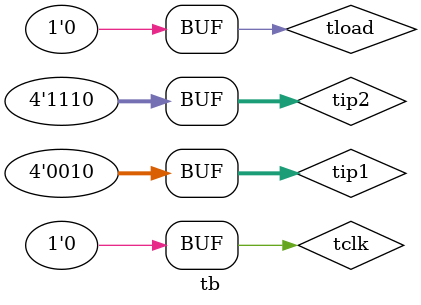
<source format=v>
module l7q3(input [3:0] ip1,ip2,output [7:0] op,input load,clk);

reg [8:0] prod=9'd0;
wire [3:0]t1;
wire [1:0]sel;

assign t1=(~ip1)+1'b1;
assign sel={prod[1],prod[0]};
assign op=prod[8:1];

always @ (posedge clk)
begin
if (load==1'b1)
prod={4'd0,ip2,1'd0};

else
case(sel)
2'b00:begin
      prod={prod[8],prod[8:1]};
      end
2'b01: begin
       prod=prod+{ip1,5'd0};
       prod={prod[8],prod[8:1]};
       end
2'b10:begin
      prod=prod+{t1,5'd0};
       prod={prod[8],prod[8:1]};
      end
2'b11: begin
      prod={prod[8],prod[8:1]};
      end
endcase
end
endmodule
//======================= TB ============================//
module tb;

reg [3:0] tip1,tip2;
reg tload,tclk;
wire [7:0]top;

l7q3 t0(tip1,tip2,top,tload,tclk);

always
begin
tclk=1'b1;
#5
tclk=1'b0;
#5;
end
initial
begin
tip1=4'd12;
tip2=4'd4;
tload=1'b1;
#10

tip1=4'd12;
tip2=4'd4;
tload=1'b0;
#50

tip1=4'd11;
tip2=4'd8;
tload=1'b1;
#10

tip1=4'd11;
tip2=4'd8;
tload=1'b0;
#50

tip1=4'd2;
tip2=4'd14;
tload=1'b1;
#10

tip1=4'd2;
tip2=4'd14;
tload=1'b0;
#50;
end
endmodule












	  



</source>
